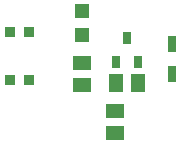
<source format=gbr>
G04 EAGLE Gerber RS-274X export*
G75*
%MOMM*%
%FSLAX34Y34*%
%LPD*%
%INSolderpaste Top*%
%IPPOS*%
%AMOC8*
5,1,8,0,0,1.08239X$1,22.5*%
G01*
%ADD10R,0.635000X1.016000*%
%ADD11R,1.500000X1.240000*%
%ADD12R,0.800000X1.350000*%
%ADD13R,1.240000X1.500000*%
%ADD14R,1.200000X1.200000*%
%ADD15R,0.900000X0.900000*%


D10*
X142240Y129380D03*
X151740Y109380D03*
X132740Y109380D03*
D11*
X132080Y48920D03*
X132080Y67920D03*
D12*
X180340Y99060D03*
X180340Y124460D03*
D13*
X151740Y91440D03*
X132740Y91440D03*
D14*
X104140Y152740D03*
X104140Y131740D03*
D11*
X104140Y108560D03*
X104140Y89560D03*
D15*
X58800Y93800D03*
X42800Y93800D03*
X42800Y134800D03*
X58800Y134800D03*
M02*

</source>
